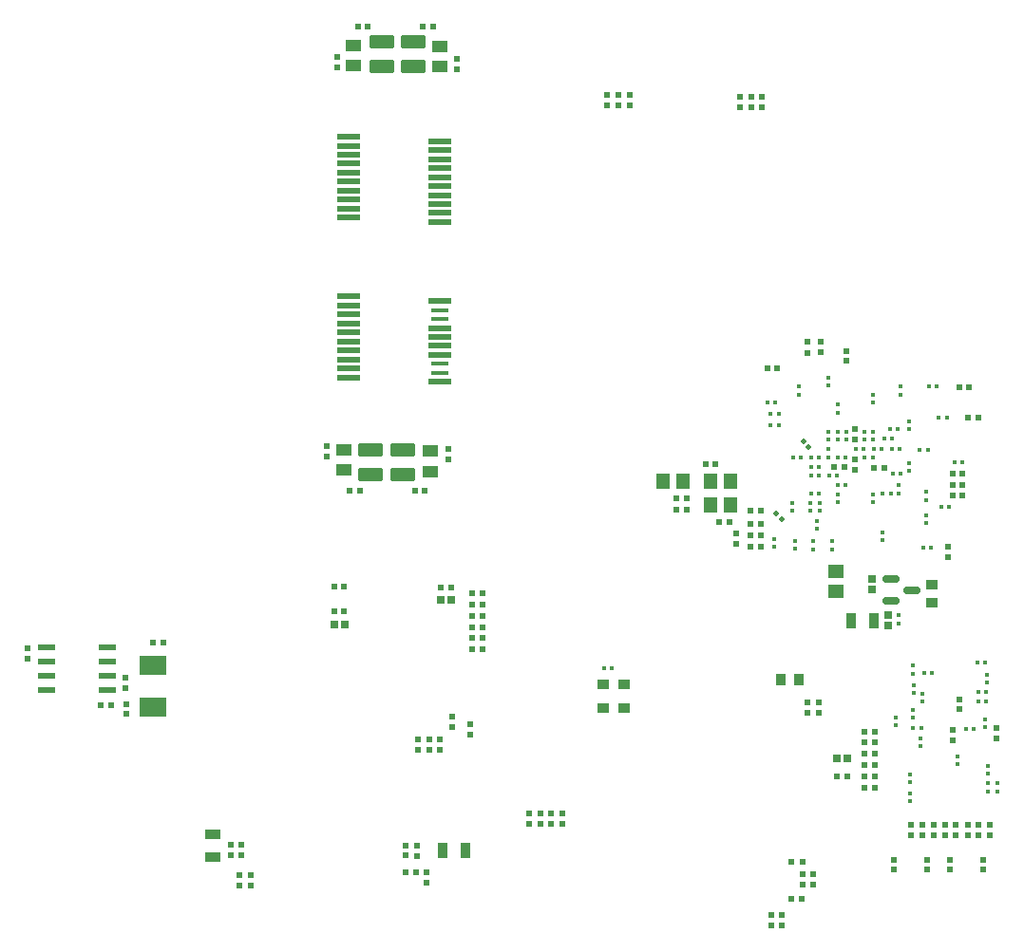
<source format=gbr>
%TF.GenerationSoftware,KiCad,Pcbnew,9.0.1*%
%TF.CreationDate,2025-05-15T18:24:47+02:00*%
%TF.ProjectId,Marble_Tiny,4d617262-6c65-45f5-9469-6e792e6b6963,rev?*%
%TF.SameCoordinates,Original*%
%TF.FileFunction,Paste,Bot*%
%TF.FilePolarity,Positive*%
%FSLAX46Y46*%
G04 Gerber Fmt 4.6, Leading zero omitted, Abs format (unit mm)*
G04 Created by KiCad (PCBNEW 9.0.1) date 2025-05-15 18:24:47*
%MOMM*%
%LPD*%
G01*
G04 APERTURE LIST*
G04 Aperture macros list*
%AMRoundRect*
0 Rectangle with rounded corners*
0 $1 Rounding radius*
0 $2 $3 $4 $5 $6 $7 $8 $9 X,Y pos of 4 corners*
0 Add a 4 corners polygon primitive as box body*
4,1,4,$2,$3,$4,$5,$6,$7,$8,$9,$2,$3,0*
0 Add four circle primitives for the rounded corners*
1,1,$1+$1,$2,$3*
1,1,$1+$1,$4,$5*
1,1,$1+$1,$6,$7*
1,1,$1+$1,$8,$9*
0 Add four rect primitives between the rounded corners*
20,1,$1+$1,$2,$3,$4,$5,0*
20,1,$1+$1,$4,$5,$6,$7,0*
20,1,$1+$1,$6,$7,$8,$9,0*
20,1,$1+$1,$8,$9,$2,$3,0*%
%AMRotRect*
0 Rectangle, with rotation*
0 The origin of the aperture is its center*
0 $1 length*
0 $2 width*
0 $3 Rotation angle, in degrees counterclockwise*
0 Add horizontal line*
21,1,$1,$2,0,0,$3*%
G04 Aperture macros list end*
%ADD10R,0.620000X0.620000*%
%ADD11R,0.580000X0.620000*%
%ADD12R,0.450000X0.400000*%
%ADD13R,1.150000X1.450000*%
%ADD14R,0.400000X0.450000*%
%ADD15R,1.400000X1.050000*%
%ADD16R,0.600000X0.620000*%
%ADD17R,0.710000X0.720000*%
%ADD18R,0.620000X0.580000*%
%ADD19R,1.450000X1.150000*%
%ADD20R,0.900000X1.000000*%
%ADD21RoundRect,0.250000X0.850000X-0.375000X0.850000X0.375000X-0.850000X0.375000X-0.850000X-0.375000X0*%
%ADD22R,0.950000X1.450000*%
%ADD23R,1.550000X0.600000*%
%ADD24RoundRect,0.250000X-0.850000X0.375000X-0.850000X-0.375000X0.850000X-0.375000X0.850000X0.375000X0*%
%ADD25RoundRect,0.150000X-0.587500X-0.150000X0.587500X-0.150000X0.587500X0.150000X-0.587500X0.150000X0*%
%ADD26R,1.400000X0.950000*%
%ADD27R,2.400000X1.700000*%
%ADD28R,1.000000X0.950000*%
%ADD29R,2.000000X0.500000*%
%ADD30R,1.000000X0.900000*%
%ADD31R,0.720000X0.710000*%
%ADD32RotRect,0.450000X0.400000X315.000000*%
%ADD33R,0.950000X1.400000*%
%ADD34R,1.500000X0.400000*%
G04 APERTURE END LIST*
D10*
%TO.C,C103*%
X174350000Y-99600000D03*
X175250000Y-99600000D03*
%TD*%
%TO.C,C32*%
X142150000Y-55400000D03*
X143050000Y-55400000D03*
%TD*%
D11*
%TO.C,R180*%
X179030000Y-135650000D03*
X179970000Y-135650000D03*
%TD*%
D12*
%TO.C,C95*%
X189750000Y-93100000D03*
X190450000Y-93100000D03*
%TD*%
D13*
%TO.C,C122*%
X173600000Y-98100000D03*
X175400000Y-98100000D03*
%TD*%
D14*
%TO.C,C240*%
X192300000Y-118950000D03*
X192300000Y-119650000D03*
%TD*%
D10*
%TO.C,C108*%
X186500000Y-91350000D03*
X186500000Y-92250000D03*
%TD*%
D12*
%TO.C,C126*%
X178950000Y-89947117D03*
X179650000Y-89947117D03*
%TD*%
D15*
%TO.C,C38*%
X148600000Y-95100000D03*
X148600000Y-93300000D03*
%TD*%
D14*
%TO.C,C245*%
X191400000Y-122850000D03*
X191400000Y-122150000D03*
%TD*%
D10*
%TO.C,C63*%
X185750000Y-122300000D03*
X184850000Y-122300000D03*
%TD*%
%TO.C,C34*%
X148150000Y-96800000D03*
X147250000Y-96800000D03*
%TD*%
%TO.C,C66*%
X194900000Y-129750000D03*
X194900000Y-130650000D03*
%TD*%
%TO.C,C168*%
X177150000Y-100800000D03*
X178050000Y-100800000D03*
%TD*%
D12*
%TO.C,C94*%
X184150000Y-95500000D03*
X184850000Y-95500000D03*
%TD*%
D14*
%TO.C,C244*%
X198300000Y-121350000D03*
X198300000Y-122050000D03*
%TD*%
D16*
%TO.C,L16*%
X184640000Y-94700000D03*
X185560000Y-94700000D03*
%TD*%
D17*
%TO.C,C5*%
X150460000Y-106600000D03*
X149540000Y-106600000D03*
%TD*%
D11*
%TO.C,R55*%
X188270000Y-119300000D03*
X187330000Y-119300000D03*
%TD*%
D14*
%TO.C,C165*%
X183100000Y-99550000D03*
X183100000Y-100250000D03*
%TD*%
D12*
%TO.C,C121*%
X196050000Y-94300000D03*
X195350000Y-94300000D03*
%TD*%
%TO.C,C139*%
X193750000Y-87500000D03*
X193050000Y-87500000D03*
%TD*%
D14*
%TO.C,C249*%
X195600000Y-120550000D03*
X195600000Y-121250000D03*
%TD*%
D12*
%TO.C,C230*%
X193350000Y-113100000D03*
X192650000Y-113100000D03*
%TD*%
D18*
%TO.C,R90*%
X183400000Y-83530000D03*
X183400000Y-84470000D03*
%TD*%
%TO.C,R58*%
X194500000Y-126630000D03*
X194500000Y-127570000D03*
%TD*%
D12*
%TO.C,C92*%
X188150000Y-93100000D03*
X188850000Y-93100000D03*
%TD*%
D10*
%TO.C,C68*%
X189900000Y-129750000D03*
X189900000Y-130650000D03*
%TD*%
D14*
%TO.C,C153*%
X190400000Y-108650000D03*
X190400000Y-107950000D03*
%TD*%
D11*
%TO.C,R11*%
X153270000Y-108000000D03*
X152330000Y-108000000D03*
%TD*%
D10*
%TO.C,C123*%
X185700000Y-84350000D03*
X185700000Y-85250000D03*
%TD*%
%TO.C,C14*%
X140050000Y-105400000D03*
X140950000Y-105400000D03*
%TD*%
D18*
%TO.C,R171*%
X165400000Y-61530000D03*
X165400000Y-62470000D03*
%TD*%
D12*
%TO.C,C100*%
X184950000Y-96300000D03*
X185650000Y-96300000D03*
%TD*%
%TO.C,C120*%
X182550000Y-94700000D03*
X183250000Y-94700000D03*
%TD*%
D18*
%TO.C,R54*%
X197500000Y-126630000D03*
X197500000Y-127570000D03*
%TD*%
D13*
%TO.C,C119*%
X169350000Y-96000000D03*
X171150000Y-96000000D03*
%TD*%
D14*
%TO.C,C128*%
X188100000Y-88250000D03*
X188100000Y-88950000D03*
%TD*%
D10*
%TO.C,C131*%
X178650000Y-85900000D03*
X179550000Y-85900000D03*
%TD*%
D12*
%TO.C,C236*%
X197450000Y-115600000D03*
X198150000Y-115600000D03*
%TD*%
D19*
%TO.C,C110*%
X184800000Y-105800000D03*
X184800000Y-104000000D03*
%TD*%
D12*
%TO.C,C90*%
X186550000Y-93100000D03*
X187250000Y-93100000D03*
%TD*%
D10*
%TO.C,C40*%
X140300000Y-58150000D03*
X140300000Y-59050000D03*
%TD*%
D18*
%TO.C,R72*%
X199100000Y-118970000D03*
X199100000Y-118030000D03*
%TD*%
D12*
%TO.C,C239*%
X191650000Y-118000000D03*
X192350000Y-118000000D03*
%TD*%
D10*
%TO.C,C118*%
X170550000Y-97500000D03*
X171450000Y-97500000D03*
%TD*%
D20*
%TO.C,R1*%
X181500000Y-113700000D03*
X179900000Y-113700000D03*
%TD*%
D18*
%TO.C,R146*%
X132600000Y-131130000D03*
X132600000Y-132070000D03*
%TD*%
D21*
%TO.C,L8*%
X143300000Y-95375000D03*
X143300000Y-93225000D03*
%TD*%
D11*
%TO.C,R15*%
X152330000Y-111000000D03*
X153270000Y-111000000D03*
%TD*%
D18*
%TO.C,R178*%
X152150000Y-118620000D03*
X152150000Y-117680000D03*
%TD*%
D10*
%TO.C,C105*%
X186500000Y-94050000D03*
X186500000Y-94950000D03*
%TD*%
D12*
%TO.C,C144*%
X193250000Y-101900000D03*
X192550000Y-101900000D03*
%TD*%
%TO.C,C137*%
X181650000Y-93900000D03*
X180950000Y-93900000D03*
%TD*%
%TO.C,C154*%
X187340000Y-93900000D03*
X188040000Y-93900000D03*
%TD*%
D10*
%TO.C,C72*%
X123900000Y-110400000D03*
X124800000Y-110400000D03*
%TD*%
%TO.C,C167*%
X177150000Y-101800000D03*
X178050000Y-101800000D03*
%TD*%
D22*
%TO.C,L15*%
X186117500Y-108400000D03*
X188117500Y-108400000D03*
%TD*%
D23*
%TO.C,U22*%
X119800000Y-110825000D03*
X119800000Y-112095000D03*
X119800000Y-113365000D03*
X119800000Y-114635000D03*
X114400000Y-114635000D03*
X114400000Y-113365000D03*
X114400000Y-112095000D03*
X114400000Y-110825000D03*
%TD*%
D21*
%TO.C,L9*%
X146200000Y-95375000D03*
X146200000Y-93225000D03*
%TD*%
D11*
%TO.C,R169*%
X180830000Y-129900000D03*
X181770000Y-129900000D03*
%TD*%
D14*
%TO.C,C235*%
X198100000Y-117250000D03*
X198100000Y-117950000D03*
%TD*%
D11*
%TO.C,R145*%
X179970000Y-134650000D03*
X179030000Y-134650000D03*
%TD*%
D14*
%TO.C,C250*%
X190100000Y-117050000D03*
X190100000Y-117750000D03*
%TD*%
%TO.C,C134*%
X181500000Y-87550000D03*
X181500000Y-88250000D03*
%TD*%
%TO.C,C166*%
X184400000Y-102050000D03*
X184400000Y-101350000D03*
%TD*%
D11*
%TO.C,R53*%
X188270000Y-123300000D03*
X187330000Y-123300000D03*
%TD*%
D14*
%TO.C,C124*%
X192800000Y-97650000D03*
X192800000Y-96950000D03*
%TD*%
D12*
%TO.C,C130*%
X194650000Y-90300000D03*
X193950000Y-90300000D03*
%TD*%
D24*
%TO.C,L6*%
X147100000Y-56825000D03*
X147100000Y-58975000D03*
%TD*%
D14*
%TO.C,C164*%
X181100000Y-101300000D03*
X181100000Y-102000000D03*
%TD*%
D12*
%TO.C,C138*%
X178957324Y-90951217D03*
X179657324Y-90951217D03*
%TD*%
D14*
%TO.C,C159*%
X182500000Y-97950000D03*
X182500000Y-98650000D03*
%TD*%
D12*
%TO.C,C145*%
X194850000Y-98300000D03*
X194150000Y-98300000D03*
%TD*%
D14*
%TO.C,C232*%
X191700000Y-114850000D03*
X191700000Y-114150000D03*
%TD*%
D10*
%TO.C,C161*%
X177150000Y-98600000D03*
X178050000Y-98600000D03*
%TD*%
D18*
%TO.C,R144*%
X148300000Y-130830000D03*
X148300000Y-131770000D03*
%TD*%
D10*
%TO.C,C42*%
X150200000Y-94050000D03*
X150200000Y-93150000D03*
%TD*%
D14*
%TO.C,C115*%
X184100000Y-91550000D03*
X184100000Y-92250000D03*
%TD*%
%TO.C,C148*%
X188100000Y-97150000D03*
X188100000Y-97850000D03*
%TD*%
%TO.C,C242*%
X198300000Y-122950000D03*
X198300000Y-123650000D03*
%TD*%
%TO.C,C143*%
X188900000Y-101250000D03*
X188900000Y-100550000D03*
%TD*%
%TO.C,C238*%
X198200000Y-113250000D03*
X198200000Y-113950000D03*
%TD*%
D12*
%TO.C,C186*%
X164100000Y-112700000D03*
X164800000Y-112700000D03*
%TD*%
D25*
%TO.C,U9*%
X189662500Y-106650000D03*
X189662500Y-104750000D03*
X191537500Y-105700000D03*
%TD*%
D10*
%TO.C,C107*%
X189050000Y-94800000D03*
X188150000Y-94800000D03*
%TD*%
D14*
%TO.C,C147*%
X190400000Y-96350000D03*
X190400000Y-97050000D03*
%TD*%
D10*
%TO.C,C142*%
X195150000Y-97300000D03*
X196050000Y-97300000D03*
%TD*%
D11*
%TO.C,R16*%
X153270000Y-107000000D03*
X152330000Y-107000000D03*
%TD*%
D10*
%TO.C,C179*%
X131800000Y-128450000D03*
X131800000Y-129350000D03*
%TD*%
D18*
%TO.C,R112*%
X158400000Y-126570000D03*
X158400000Y-125630000D03*
%TD*%
D10*
%TO.C,C104*%
X196050000Y-96300000D03*
X195150000Y-96300000D03*
%TD*%
%TO.C,C33*%
X141450000Y-96800000D03*
X142350000Y-96800000D03*
%TD*%
D18*
%TO.C,R165*%
X177200000Y-61730000D03*
X177200000Y-62670000D03*
%TD*%
D14*
%TO.C,C89*%
X185700000Y-91550000D03*
X185700000Y-92250000D03*
%TD*%
D12*
%TO.C,C96*%
X189650000Y-97100000D03*
X188950000Y-97100000D03*
%TD*%
D11*
%TO.C,R70*%
X188270000Y-121300000D03*
X187330000Y-121300000D03*
%TD*%
D14*
%TO.C,C136*%
X184100000Y-86750000D03*
X184100000Y-87450000D03*
%TD*%
D18*
%TO.C,R95*%
X150600000Y-117932500D03*
X150600000Y-116992500D03*
%TD*%
D14*
%TO.C,C146*%
X191300000Y-95050000D03*
X191300000Y-94350000D03*
%TD*%
D11*
%TO.C,R69*%
X188270000Y-120300000D03*
X187330000Y-120300000D03*
%TD*%
D14*
%TO.C,C169*%
X179300000Y-101850000D03*
X179300000Y-101150000D03*
%TD*%
D18*
%TO.C,R97*%
X148500000Y-119932500D03*
X148500000Y-118992500D03*
%TD*%
D10*
%TO.C,C15*%
X140050000Y-107600000D03*
X140950000Y-107600000D03*
%TD*%
D14*
%TO.C,C149*%
X192800000Y-99750000D03*
X192800000Y-99050000D03*
%TD*%
D18*
%TO.C,R168*%
X195150000Y-119070000D03*
X195150000Y-118130000D03*
%TD*%
D10*
%TO.C,C31*%
X148850000Y-55400000D03*
X147950000Y-55400000D03*
%TD*%
D11*
%TO.C,R71*%
X188270000Y-118300000D03*
X187330000Y-118300000D03*
%TD*%
D26*
%TO.C,R91*%
X129200000Y-127500000D03*
X129200000Y-129500000D03*
%TD*%
D18*
%TO.C,R170*%
X164400000Y-61530000D03*
X164400000Y-62470000D03*
%TD*%
D12*
%TO.C,C91*%
X189850000Y-95350000D03*
X190550000Y-95350000D03*
%TD*%
D14*
%TO.C,C233*%
X192500000Y-115650000D03*
X192500000Y-114950000D03*
%TD*%
D18*
%TO.C,R52*%
X198500000Y-126630000D03*
X198500000Y-127570000D03*
%TD*%
D15*
%TO.C,C36*%
X141800000Y-57100000D03*
X141800000Y-58900000D03*
%TD*%
D27*
%TO.C,Y5*%
X123900000Y-116150000D03*
X123900000Y-112450000D03*
%TD*%
D28*
%TO.C,L11*%
X193300000Y-106800000D03*
X193300000Y-105200000D03*
%TD*%
D10*
%TO.C,C8*%
X150450000Y-105500000D03*
X149550000Y-105500000D03*
%TD*%
%TO.C,C106*%
X196050000Y-95300000D03*
X195150000Y-95300000D03*
%TD*%
%TO.C,C70*%
X112750000Y-111800000D03*
X112750000Y-110900000D03*
%TD*%
D18*
%TO.C,R108*%
X159400000Y-126570000D03*
X159400000Y-125630000D03*
%TD*%
D11*
%TO.C,R13*%
X153270000Y-110000000D03*
X152330000Y-110000000D03*
%TD*%
%TO.C,R10*%
X153270000Y-109000000D03*
X152330000Y-109000000D03*
%TD*%
D29*
%TO.C,J11*%
X141300000Y-72465000D03*
X141300000Y-71665000D03*
X141300000Y-70865000D03*
X141300000Y-70065000D03*
X141300000Y-69265000D03*
X141300000Y-68465000D03*
X141300000Y-67665000D03*
X141300000Y-66865000D03*
X141300000Y-66065000D03*
X141300000Y-65265000D03*
X149500000Y-65665000D03*
X149500000Y-66465000D03*
X149500000Y-67265000D03*
X149500000Y-68065000D03*
X149500000Y-68865000D03*
X149500000Y-69665000D03*
X149500000Y-70465000D03*
X149500000Y-71265000D03*
X149500000Y-72065000D03*
X149500000Y-72865000D03*
%TD*%
D14*
%TO.C,C246*%
X191400000Y-124550000D03*
X191400000Y-123850000D03*
%TD*%
D10*
%TO.C,C71*%
X121500000Y-116750000D03*
X121500000Y-115850000D03*
%TD*%
D12*
%TO.C,C129*%
X192950000Y-93200000D03*
X192250000Y-93200000D03*
%TD*%
D14*
%TO.C,C99*%
X188100000Y-91550000D03*
X188100000Y-92250000D03*
%TD*%
D18*
%TO.C,R114*%
X175900000Y-100630000D03*
X175900000Y-101570000D03*
%TD*%
D30*
%TO.C,Y1*%
X165900000Y-114100000D03*
X165900000Y-116200000D03*
X164000000Y-116200000D03*
X164000000Y-114100000D03*
%TD*%
D31*
%TO.C,C151*%
X188000000Y-105660000D03*
X188000000Y-104740000D03*
%TD*%
D12*
%TO.C,C229*%
X198050000Y-112200000D03*
X197350000Y-112200000D03*
%TD*%
D32*
%TO.C,C158*%
X179452513Y-98852513D03*
X179947487Y-99347487D03*
%TD*%
D10*
%TO.C,C133*%
X197450000Y-90300000D03*
X196550000Y-90300000D03*
%TD*%
D12*
%TO.C,C125*%
X178650000Y-89000000D03*
X179350000Y-89000000D03*
%TD*%
D18*
%TO.C,R50*%
X193500000Y-126630000D03*
X193500000Y-127570000D03*
%TD*%
%TO.C,R172*%
X166400000Y-61530000D03*
X166400000Y-62470000D03*
%TD*%
D14*
%TO.C,C135*%
X184900000Y-89150000D03*
X184900000Y-89850000D03*
%TD*%
D12*
%TO.C,C113*%
X189600000Y-91300000D03*
X190300000Y-91300000D03*
%TD*%
D18*
%TO.C,R92*%
X130800000Y-129370000D03*
X130800000Y-128430000D03*
%TD*%
D12*
%TO.C,C97*%
X189100000Y-92200000D03*
X189800000Y-92200000D03*
%TD*%
D10*
%TO.C,C162*%
X177150000Y-99800000D03*
X178050000Y-99800000D03*
%TD*%
%TO.C,C67*%
X192900000Y-129750000D03*
X192900000Y-130650000D03*
%TD*%
D18*
%TO.C,R164*%
X176200000Y-61730000D03*
X176200000Y-62670000D03*
%TD*%
D12*
%TO.C,C243*%
X197050000Y-118100000D03*
X196350000Y-118100000D03*
%TD*%
D11*
%TO.C,R179*%
X146430000Y-130850000D03*
X147370000Y-130850000D03*
%TD*%
D14*
%TO.C,C98*%
X184100000Y-93150000D03*
X184100000Y-93850000D03*
%TD*%
%TO.C,C231*%
X191600000Y-113150000D03*
X191600000Y-112450000D03*
%TD*%
D12*
%TO.C,C102*%
X182550000Y-95500000D03*
X183250000Y-95500000D03*
%TD*%
D31*
%TO.C,C152*%
X189400000Y-108860000D03*
X189400000Y-107940000D03*
%TD*%
D11*
%TO.C,R100*%
X181780000Y-132000000D03*
X182720000Y-132000000D03*
%TD*%
D12*
%TO.C,C237*%
X197450000Y-114800000D03*
X198150000Y-114800000D03*
%TD*%
D10*
%TO.C,C61*%
X195800000Y-115450000D03*
X195800000Y-116350000D03*
%TD*%
D12*
%TO.C,C93*%
X182550000Y-97100000D03*
X183250000Y-97100000D03*
%TD*%
D14*
%TO.C,C163*%
X182700000Y-101350000D03*
X182700000Y-102050000D03*
%TD*%
D18*
%TO.C,R142*%
X182250000Y-115695000D03*
X182250000Y-116635000D03*
%TD*%
D10*
%TO.C,C41*%
X139400000Y-93750000D03*
X139400000Y-92850000D03*
%TD*%
D14*
%TO.C,C241*%
X199200000Y-122950000D03*
X199200000Y-123650000D03*
%TD*%
%TO.C,C101*%
X184900000Y-97850000D03*
X184900000Y-97150000D03*
%TD*%
D10*
%TO.C,C156*%
X173150000Y-94500000D03*
X174050000Y-94500000D03*
%TD*%
D14*
%TO.C,C157*%
X180900000Y-97950000D03*
X180900000Y-98650000D03*
%TD*%
%TO.C,C160*%
X183300000Y-97950000D03*
X183300000Y-98650000D03*
%TD*%
%TO.C,C140*%
X191300000Y-91350000D03*
X191300000Y-90650000D03*
%TD*%
D12*
%TO.C,C155*%
X184950000Y-93900000D03*
X185650000Y-93900000D03*
%TD*%
D18*
%TO.C,R166*%
X178200000Y-61730000D03*
X178200000Y-62670000D03*
%TD*%
D10*
%TO.C,C132*%
X196650000Y-87600000D03*
X195750000Y-87600000D03*
%TD*%
D18*
%TO.C,R86*%
X182200000Y-84520000D03*
X182200000Y-83580000D03*
%TD*%
%TO.C,R74*%
X121400000Y-114470000D03*
X121400000Y-113530000D03*
%TD*%
D11*
%TO.C,R17*%
X153270000Y-106000000D03*
X152330000Y-106000000D03*
%TD*%
D33*
%TO.C,R94*%
X151750000Y-128950000D03*
X149750000Y-128950000D03*
%TD*%
D10*
%TO.C,C178*%
X146400000Y-128487500D03*
X146400000Y-129387500D03*
%TD*%
%TO.C,C141*%
X194750000Y-101850000D03*
X194750000Y-102750000D03*
%TD*%
D18*
%TO.C,R2*%
X183250000Y-116635000D03*
X183250000Y-115695000D03*
%TD*%
%TO.C,R62*%
X192500000Y-126630000D03*
X192500000Y-127570000D03*
%TD*%
D15*
%TO.C,C35*%
X149500000Y-57200000D03*
X149500000Y-59000000D03*
%TD*%
D14*
%TO.C,C112*%
X187300000Y-92250000D03*
X187300000Y-91550000D03*
%TD*%
D18*
%TO.C,R181*%
X131600000Y-132070000D03*
X131600000Y-131130000D03*
%TD*%
%TO.C,R111*%
X157400000Y-126570000D03*
X157400000Y-125630000D03*
%TD*%
D29*
%TO.C,J13*%
X141300000Y-86720000D03*
X141300000Y-85920000D03*
X141300000Y-85120000D03*
X141300000Y-84320000D03*
X141300000Y-83520000D03*
X141300000Y-82720000D03*
X141300000Y-81920000D03*
X141300000Y-81120000D03*
X141300000Y-80320000D03*
X141300000Y-79520000D03*
X149500000Y-79920000D03*
D34*
X149500000Y-80720000D03*
X149500000Y-81520000D03*
D29*
X149500000Y-82320000D03*
X149500000Y-83120000D03*
X149500000Y-83920000D03*
X149500000Y-84720000D03*
D34*
X149500000Y-85520000D03*
X149500000Y-86320000D03*
D29*
X149500000Y-87120000D03*
%TD*%
D11*
%TO.C,R98*%
X180780000Y-133250000D03*
X181720000Y-133250000D03*
%TD*%
D18*
%TO.C,R109*%
X160400000Y-126570000D03*
X160400000Y-125630000D03*
%TD*%
D14*
%TO.C,C116*%
X184900000Y-92250000D03*
X184900000Y-91550000D03*
%TD*%
D18*
%TO.C,R67*%
X195475000Y-126630000D03*
X195475000Y-127570000D03*
%TD*%
%TO.C,R93*%
X147400000Y-129407500D03*
X147400000Y-128467500D03*
%TD*%
D11*
%TO.C,R75*%
X119230000Y-116000000D03*
X120170000Y-116000000D03*
%TD*%
D13*
%TO.C,C109*%
X173600000Y-96000000D03*
X175400000Y-96000000D03*
%TD*%
D32*
%TO.C,C114*%
X181852513Y-92452513D03*
X182347487Y-92947487D03*
%TD*%
D15*
%TO.C,C37*%
X140900000Y-95000000D03*
X140900000Y-93200000D03*
%TD*%
D12*
%TO.C,C150*%
X183250000Y-93900000D03*
X182550000Y-93900000D03*
%TD*%
D18*
%TO.C,R68*%
X191500000Y-126630000D03*
X191500000Y-127570000D03*
%TD*%
D10*
%TO.C,C117*%
X170550000Y-98500000D03*
X171450000Y-98500000D03*
%TD*%
%TO.C,C69*%
X197900000Y-129750000D03*
X197900000Y-130650000D03*
%TD*%
D18*
%TO.C,R96*%
X149500000Y-119932500D03*
X149500000Y-118992500D03*
%TD*%
D11*
%TO.C,R51*%
X188270000Y-122300000D03*
X187330000Y-122300000D03*
%TD*%
D24*
%TO.C,L7*%
X144300000Y-56825000D03*
X144300000Y-58975000D03*
%TD*%
D18*
%TO.C,R143*%
X147500000Y-118980000D03*
X147500000Y-119920000D03*
%TD*%
D17*
%TO.C,C62*%
X185760000Y-120700000D03*
X184840000Y-120700000D03*
%TD*%
D18*
%TO.C,R153*%
X196500000Y-126630000D03*
X196500000Y-127570000D03*
%TD*%
D10*
%TO.C,C39*%
X151000000Y-58350000D03*
X151000000Y-59250000D03*
%TD*%
D14*
%TO.C,C127*%
X190500000Y-87550000D03*
X190500000Y-88250000D03*
%TD*%
%TO.C,C234*%
X191600000Y-117100000D03*
X191600000Y-116400000D03*
%TD*%
D11*
%TO.C,R101*%
X181780000Y-131000000D03*
X182720000Y-131000000D03*
%TD*%
D17*
%TO.C,C11*%
X140040000Y-108800000D03*
X140960000Y-108800000D03*
%TD*%
M02*

</source>
